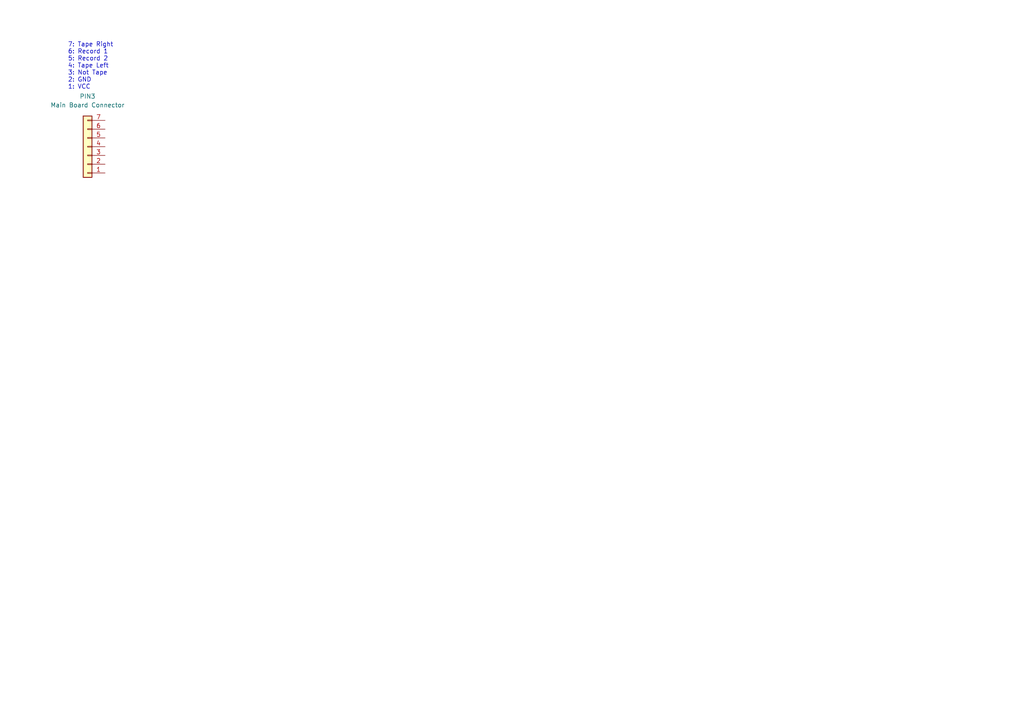
<source format=kicad_sch>
(kicad_sch (version 20211123) (generator eeschema)
  (paper "A4")
  (lib_symbols
    (symbol "Connector_Generic:Conn_01x07" (pin_names (offset 1.016) hide)
      (property "Reference" "J" (at 0 10.16 0))
      (property "Value" "Conn_01x07" (at 0 -10.16 0))
      (symbol "Conn_01x07_1_1"
        (rectangle (start -1.27 -7.493) (end 0 -7.747) (stroke (width 0.1524)))
        (rectangle (start -1.27 -4.953) (end 0 -5.207) (stroke (width 0.1524)))
        (rectangle (start -1.27 -2.413) (end 0 -2.667) (stroke (width 0.1524)))
        (rectangle (start -1.27 0.127) (end 0 -0.127) (stroke (width 0.1524)))
        (rectangle (start -1.27 2.667) (end 0 2.413) (stroke (width 0.1524)))
        (rectangle (start -1.27 5.207) (end 0 4.953) (stroke (width 0.1524)))
        (rectangle (start -1.27 7.747) (end 0 7.493) (stroke (width 0.1524)))
        (rectangle (start -1.27 8.89) (end 1.27 -8.89) (stroke (width 0.254)) (fill (type background)))
        (pin passive line (at -5.08 7.62 0) (length 3.81) (name "Pin_1") (number "1"))
        (pin passive line (at -5.08 5.08 0) (length 3.81) (name "Pin_2") (number "2"))
        (pin passive line (at -5.08 2.54 0) (length 3.81) (name "Pin_3") (number "3"))
        (pin passive line (at -5.08 0 0) (length 3.81) (name "Pin_4") (number "4"))
        (pin passive line (at -5.08 -2.54 0) (length 3.81) (name "Pin_5") (number "5"))
        (pin passive line (at -5.08 -5.08 0) (length 3.81) (name "Pin_6") (number "6"))
        (pin passive line (at -5.08 -7.62 0) (length 3.81) (name "Pin_7") (number "7"))
      )
    )
  )
  (text "7: Tape Right\n6: Record 1\n5: Record 2\n4: Tape Left\n3: Not Tape\n2: GND\n1: VCC" (at 19.685 26.035 0) (effects (font (size 1.27 1.27)) (justify left bottom)))
  (symbol (lib_id "Connector_Generic:Conn_01x07") (at 25.4 42.545 180) (unit 1)
    (property "Reference" "PIN3" (at 25.4 27.94 0))
    (property "Value" "Main Board Connector" (at 25.4 30.48 0))
  )
)
</source>
